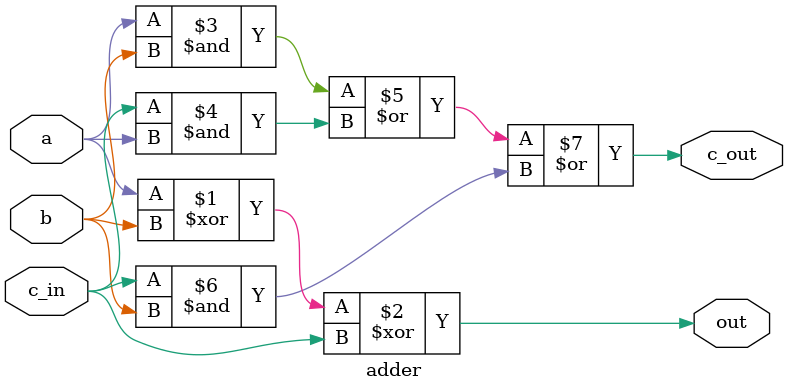
<source format=sv>
module adder(input logic a,b, c_in,
					output logic out,c_out);
					


	assign out = a ^ b ^ c_in;
	assign c_out = (a & b) | (c_in & a) | (c_in & b);

endmodule
</source>
